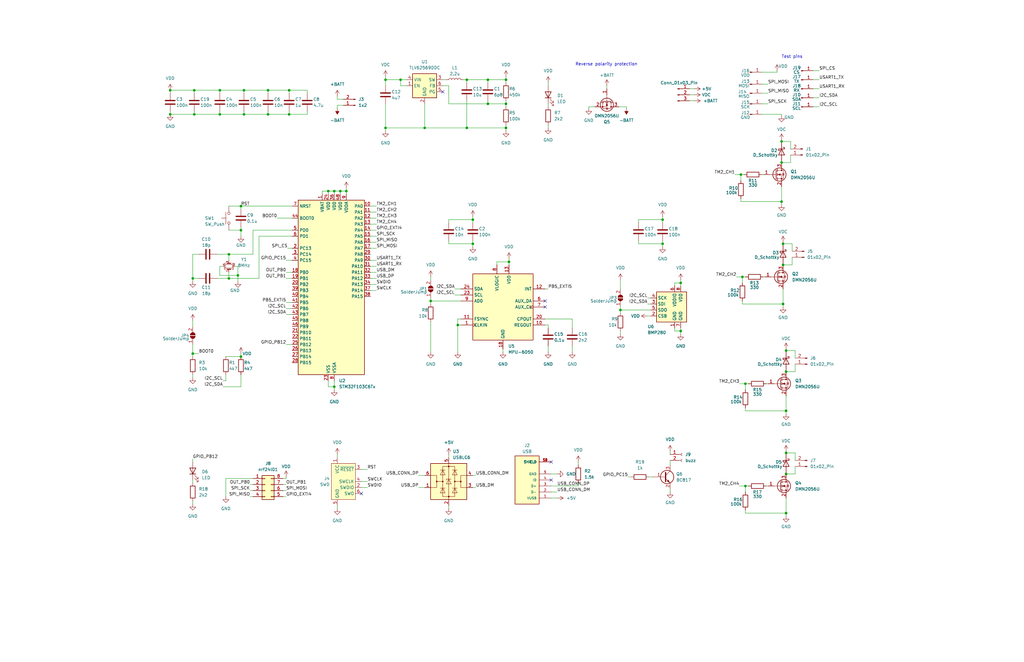
<source format=kicad_sch>
(kicad_sch (version 20230121) (generator eeschema)
  (paper "User" 431.8 279.4)
  (title_block (title "Quadcopter flight controller") (date "2023-07-21") (rev "1"))
  (junction (at 314.325 205.105))
  (junction (at 146.05 80.645))
  (junction (at 279.4 92.71))
  (junction (at 287.02 119.38))
  (junction (at 92.71 38.1))
  (junction (at 96.52 117.475))
  (junction (at 138.43 80.645))
  (junction (at 102.87 48.26))
  (junction (at 287.02 139.7))
  (junction (at 162.56 53.975))
  (junction (at 71.755 48.26))
  (junction (at 312.42 73.66))
  (junction (at 101.6 150.495))
  (junction (at 213.36 53.975))
  (junction (at 330.2 111.76))
  (junction (at 193.04 137.16))
  (junction (at 329.565 68.58))
  (junction (at 162.56 33.655))
  (junction (at 140.97 163.195))
  (junction (at 329.565 59.69))
  (junction (at 102.87 38.1))
  (junction (at 330.2 128.27))
  (junction (at 214.63 110.49))
  (junction (at 121.92 38.1))
  (junction (at 314.325 161.925))
  (junction (at 81.915 48.26))
  (junction (at 113.03 48.26))
  (junction (at 101.6 86.995))
  (junction (at 330.2 102.87))
  (junction (at 113.03 38.1))
  (junction (at 213.36 33.655))
  (junction (at 81.915 38.1))
  (junction (at 213.36 43.815))
  (junction (at 331.47 216.535))
  (junction (at 331.47 191.135))
  (junction (at 261.62 130.81))
  (junction (at 96.52 107.315))
  (junction (at 199.39 92.71))
  (junction (at 81.28 149.225))
  (junction (at 81.28 117.475))
  (junction (at 101.6 97.155))
  (junction (at 331.47 147.955))
  (junction (at 92.71 48.26))
  (junction (at 331.47 200.025))
  (junction (at 179.07 53.975))
  (junction (at 121.92 48.26))
  (junction (at 168.91 33.655))
  (junction (at 205.74 43.815))
  (junction (at 313.055 116.84))
  (junction (at 100.33 116.205))
  (junction (at 331.47 156.845))
  (junction (at 331.47 173.355))
  (junction (at 279.4 102.87))
  (junction (at 140.97 80.645))
  (junction (at 181.61 127))
  (junction (at 199.39 102.87))
  (junction (at 205.74 33.655))
  (junction (at 329.565 85.09))
  (junction (at 143.51 80.645))
  (junction (at 71.755 38.1))
  (junction (at 196.85 33.655))
  (junction (at 196.85 53.975))
  (no_connect (at 232.41 202.565))
  (no_connect (at 229.87 127))
  (no_connect (at 152.4 208.28))
  (no_connect (at 186.69 38.735))
  (no_connect (at 229.87 129.54))
  (no_connect (at 232.41 194.945))
  (wire (pts (xy 96.52 107.315) (xy 106.68 107.315)))
  (wire (pts (xy 264.16 45.085) (xy 260.985 45.085)))
  (wire (pts (xy 158.75 86.995) (xy 156.21 86.995)))
  (wire (pts (xy 321.31 48.26) (xy 329.565 48.26)))
  (wire (pts (xy 189.23 213.36) (xy 189.23 214.63)))
  (wire (pts (xy 71.755 46.99) (xy 71.755 48.26)))
  (wire (pts (xy 91.44 107.315) (xy 96.52 107.315)))
  (wire (pts (xy 100.33 116.205) (xy 100.33 112.395)))
  (wire (pts (xy 96.52 86.995) (xy 101.6 86.995)))
  (wire (pts (xy 212.09 147.32) (xy 212.09 148.59)))
  (wire (pts (xy 282.575 190.5) (xy 282.575 191.77)))
  (wire (pts (xy 106.68 201.93) (xy 95.25 201.93)))
  (wire (pts (xy 191.77 124.46) (xy 194.31 124.46)))
  (wire (pts (xy 181.61 125.73) (xy 181.61 127)))
  (wire (pts (xy 312.42 83.82) (xy 312.42 85.09)))
  (wire (pts (xy 143.51 80.645) (xy 140.97 80.645)))
  (wire (pts (xy 345.44 33.655) (xy 342.9 33.655)))
  (wire (pts (xy 120.65 201.295) (xy 120.65 201.93)))
  (wire (pts (xy 331.47 147.955) (xy 331.47 148.59)))
  (wire (pts (xy 331.47 156.21) (xy 331.47 156.845)))
  (wire (pts (xy 331.47 216.535) (xy 331.47 217.805)))
  (wire (pts (xy 120.65 204.47) (xy 119.38 204.47)))
  (wire (pts (xy 93.98 160.655) (xy 95.25 160.655)))
  (wire (pts (xy 109.22 99.695) (xy 123.19 99.695)))
  (wire (pts (xy 154.94 205.74) (xy 152.4 205.74)))
  (wire (pts (xy 329.565 59.69) (xy 329.565 60.325)))
  (wire (pts (xy 95.25 201.93) (xy 95.25 209.55)))
  (wire (pts (xy 273.05 128.27) (xy 274.32 128.27)))
  (wire (pts (xy 81.28 149.225) (xy 81.28 150.495)))
  (wire (pts (xy 109.22 117.475) (xy 109.22 99.695)))
  (wire (pts (xy 93.98 163.195) (xy 101.6 163.195)))
  (wire (pts (xy 232.41 207.645) (xy 234.95 207.645)))
  (wire (pts (xy 231.14 146.05) (xy 231.14 148.59)))
  (wire (pts (xy 158.75 89.535) (xy 156.21 89.535)))
  (wire (pts (xy 158.75 112.395) (xy 156.21 112.395)))
  (wire (pts (xy 335.28 194.31) (xy 335.28 191.135)))
  (wire (pts (xy 154.94 203.2) (xy 152.4 203.2)))
  (wire (pts (xy 331.47 167.005) (xy 331.47 173.355)))
  (wire (pts (xy 261.62 139.7) (xy 261.62 140.97)))
  (wire (pts (xy 120.65 209.55) (xy 119.38 209.55)))
  (wire (pts (xy 248.285 45.085) (xy 250.825 45.085)))
  (wire (pts (xy 323.215 161.925) (xy 323.85 161.925)))
  (wire (pts (xy 309.88 73.66) (xy 312.42 73.66)))
  (wire (pts (xy 95.25 160.655) (xy 95.25 158.115)))
  (wire (pts (xy 314.325 207.645) (xy 314.325 205.105)))
  (wire (pts (xy 176.53 200.66) (xy 179.07 200.66)))
  (wire (pts (xy 330.2 128.27) (xy 330.2 129.54)))
  (wire (pts (xy 92.71 39.37) (xy 92.71 38.1)))
  (wire (pts (xy 81.915 38.1) (xy 81.915 39.37)))
  (wire (pts (xy 214.63 109.22) (xy 214.63 110.49)))
  (wire (pts (xy 105.41 204.47) (xy 106.68 204.47)))
  (wire (pts (xy 81.915 48.26) (xy 92.71 48.26)))
  (wire (pts (xy 71.755 39.37) (xy 71.755 38.1)))
  (wire (pts (xy 199.39 92.71) (xy 199.39 93.98)))
  (wire (pts (xy 331.47 147.32) (xy 331.47 147.955)))
  (wire (pts (xy 181.61 127) (xy 181.61 128.27)))
  (wire (pts (xy 142.24 45.72) (xy 142.24 44.45)))
  (wire (pts (xy 162.56 33.655) (xy 168.91 33.655)))
  (wire (pts (xy 213.36 43.815) (xy 213.36 45.085)))
  (wire (pts (xy 209.55 111.76) (xy 209.55 110.49)))
  (wire (pts (xy 146.05 79.375) (xy 146.05 80.645)))
  (wire (pts (xy 312.42 85.09) (xy 329.565 85.09)))
  (wire (pts (xy 120.65 145.415) (xy 123.19 145.415)))
  (wire (pts (xy 209.55 110.49) (xy 214.63 110.49)))
  (wire (pts (xy 81.28 117.475) (xy 81.28 107.315)))
  (wire (pts (xy 335.28 153.67) (xy 335.28 156.845)))
  (wire (pts (xy 329.565 85.09) (xy 329.565 86.36)))
  (wire (pts (xy 269.24 92.71) (xy 269.24 93.98)))
  (wire (pts (xy 92.71 46.99) (xy 92.71 48.26)))
  (wire (pts (xy 335.28 200.025) (xy 331.47 200.025)))
  (wire (pts (xy 140.97 160.655) (xy 140.97 163.195)))
  (wire (pts (xy 194.31 134.62) (xy 193.04 134.62)))
  (wire (pts (xy 313.055 127) (xy 313.055 128.27)))
  (wire (pts (xy 121.92 38.1) (xy 113.03 38.1)))
  (wire (pts (xy 106.68 107.315) (xy 106.68 97.155)))
  (wire (pts (xy 231.14 34.925) (xy 231.14 36.195)))
  (wire (pts (xy 282.575 206.375) (xy 282.575 207.645)))
  (wire (pts (xy 96.52 114.935) (xy 96.52 117.475)))
  (wire (pts (xy 181.61 116.84) (xy 181.61 118.11)))
  (wire (pts (xy 205.74 33.655) (xy 213.36 33.655)))
  (wire (pts (xy 282.575 194.31) (xy 282.575 196.215)))
  (wire (pts (xy 334.01 102.87) (xy 330.2 102.87)))
  (wire (pts (xy 168.91 36.195) (xy 168.91 33.655)))
  (wire (pts (xy 345.44 41.275) (xy 342.9 41.275)))
  (wire (pts (xy 162.56 32.385) (xy 162.56 33.655)))
  (wire (pts (xy 96.52 117.475) (xy 109.22 117.475)))
  (wire (pts (xy 105.41 209.55) (xy 106.68 209.55)))
  (wire (pts (xy 284.48 119.38) (xy 287.02 119.38)))
  (wire (pts (xy 81.28 202.565) (xy 81.28 203.835)))
  (wire (pts (xy 113.03 39.37) (xy 113.03 38.1)))
  (wire (pts (xy 287.02 119.38) (xy 287.02 120.65)))
  (wire (pts (xy 333.375 65.405) (xy 333.375 68.58)))
  (wire (pts (xy 81.28 135.255) (xy 81.28 137.795)))
  (wire (pts (xy 199.39 91.44) (xy 199.39 92.71)))
  (wire (pts (xy 214.63 110.49) (xy 214.63 111.76)))
  (wire (pts (xy 162.56 36.195) (xy 162.56 33.655)))
  (wire (pts (xy 158.75 94.615) (xy 156.21 94.615)))
  (wire (pts (xy 334.01 106.045) (xy 334.01 102.87)))
  (wire (pts (xy 196.85 53.975) (xy 213.36 53.975)))
  (wire (pts (xy 162.56 53.975) (xy 179.07 53.975)))
  (wire (pts (xy 189.23 36.195) (xy 189.23 43.815)))
  (wire (pts (xy 213.36 55.245) (xy 213.36 53.975)))
  (wire (pts (xy 279.4 92.71) (xy 279.4 93.98)))
  (wire (pts (xy 142.24 191.77) (xy 142.24 193.04)))
  (wire (pts (xy 243.84 203.835) (xy 243.84 205.105)))
  (wire (pts (xy 193.04 134.62) (xy 193.04 137.16)))
  (wire (pts (xy 330.2 121.92) (xy 330.2 128.27)))
  (wire (pts (xy 158.75 92.075) (xy 156.21 92.075)))
  (wire (pts (xy 162.56 43.815) (xy 162.56 53.975)))
  (wire (pts (xy 241.3 146.05) (xy 241.3 148.59)))
  (wire (pts (xy 205.74 43.815) (xy 213.36 43.815)))
  (wire (pts (xy 199.39 101.6) (xy 199.39 102.87)))
  (wire (pts (xy 231.14 121.92) (xy 229.87 121.92)))
  (wire (pts (xy 120.65 109.855) (xy 123.19 109.855)))
  (wire (pts (xy 113.03 48.26) (xy 121.92 48.26)))
  (wire (pts (xy 333.375 59.69) (xy 329.565 59.69)))
  (wire (pts (xy 310.515 116.84) (xy 313.055 116.84)))
  (wire (pts (xy 129.54 39.37) (xy 129.54 38.1)))
  (wire (pts (xy 138.43 81.915) (xy 138.43 80.645)))
  (wire (pts (xy 287.02 118.11) (xy 287.02 119.38)))
  (wire (pts (xy 113.03 46.99) (xy 113.03 48.26)))
  (wire (pts (xy 91.44 117.475) (xy 96.52 117.475)))
  (wire (pts (xy 331.47 190.5) (xy 331.47 191.135)))
  (wire (pts (xy 191.77 121.92) (xy 194.31 121.92)))
  (wire (pts (xy 323.215 205.105) (xy 323.85 205.105)))
  (wire (pts (xy 81.28 158.115) (xy 81.28 159.385)))
  (wire (pts (xy 335.28 196.85) (xy 335.28 200.025)))
  (wire (pts (xy 279.4 91.44) (xy 279.4 92.71)))
  (wire (pts (xy 345.44 29.845) (xy 342.9 29.845)))
  (wire (pts (xy 200.66 205.74) (xy 199.39 205.74)))
  (wire (pts (xy 135.89 80.645) (xy 138.43 80.645)))
  (wire (pts (xy 279.4 102.87) (xy 279.4 104.14)))
  (wire (pts (xy 314.325 216.535) (xy 331.47 216.535)))
  (wire (pts (xy 261.62 130.81) (xy 261.62 132.08)))
  (wire (pts (xy 290.83 37.465) (xy 292.735 37.465)))
  (wire (pts (xy 101.6 97.155) (xy 101.6 99.695)))
  (wire (pts (xy 100.33 112.395) (xy 99.06 112.395)))
  (wire (pts (xy 321.31 43.815) (xy 323.85 43.815)))
  (wire (pts (xy 313.055 116.84) (xy 314.325 116.84)))
  (wire (pts (xy 284.48 138.43) (xy 284.48 139.7)))
  (wire (pts (xy 205.74 33.655) (xy 205.74 34.925)))
  (wire (pts (xy 269.24 92.71) (xy 279.4 92.71)))
  (wire (pts (xy 71.755 38.1) (xy 81.915 38.1)))
  (wire (pts (xy 193.04 148.59) (xy 193.04 137.16)))
  (wire (pts (xy 142.24 213.36) (xy 142.24 214.63)))
  (wire (pts (xy 95.25 150.495) (xy 101.6 150.495)))
  (wire (pts (xy 321.31 30.48) (xy 327.66 30.48)))
  (wire (pts (xy 92.71 116.205) (xy 100.33 116.205)))
  (wire (pts (xy 154.94 198.12) (xy 152.4 198.12)))
  (wire (pts (xy 158.75 102.235) (xy 156.21 102.235)))
  (wire (pts (xy 135.89 81.915) (xy 135.89 80.645)))
  (wire (pts (xy 121.285 104.775) (xy 123.19 104.775)))
  (wire (pts (xy 158.75 120.015) (xy 156.21 120.015)))
  (wire (pts (xy 196.85 33.655) (xy 205.74 33.655)))
  (wire (pts (xy 331.47 173.355) (xy 331.47 174.625)))
  (wire (pts (xy 138.43 160.655) (xy 138.43 163.195)))
  (wire (pts (xy 269.24 101.6) (xy 269.24 102.87)))
  (wire (pts (xy 312.42 73.66) (xy 313.69 73.66)))
  (wire (pts (xy 113.03 48.26) (xy 102.87 48.26)))
  (wire (pts (xy 146.05 81.915) (xy 146.05 80.645)))
  (wire (pts (xy 335.28 151.13) (xy 335.28 147.955)))
  (wire (pts (xy 142.24 40.64) (xy 142.24 41.91)))
  (wire (pts (xy 312.42 76.2) (xy 312.42 73.66)))
  (wire (pts (xy 213.36 52.705) (xy 213.36 53.975)))
  (wire (pts (xy 248.285 45.72) (xy 248.285 45.085)))
  (wire (pts (xy 156.21 114.935) (xy 158.75 114.935)))
  (wire (pts (xy 269.24 102.87) (xy 279.4 102.87)))
  (wire (pts (xy 200.66 200.66) (xy 199.39 200.66)))
  (wire (pts (xy 92.71 38.1) (xy 102.87 38.1)))
  (wire (pts (xy 321.31 73.66) (xy 321.945 73.66)))
  (wire (pts (xy 101.6 95.885) (xy 101.6 97.155)))
  (wire (pts (xy 329.565 78.74) (xy 329.565 85.09)))
  (wire (pts (xy 314.325 173.355) (xy 331.47 173.355)))
  (wire (pts (xy 168.91 33.655) (xy 171.45 33.655)))
  (wire (pts (xy 186.69 33.655) (xy 187.96 33.655)))
  (wire (pts (xy 143.51 81.915) (xy 143.51 80.645)))
  (wire (pts (xy 101.6 88.265) (xy 101.6 86.995)))
  (wire (pts (xy 287.02 139.7) (xy 287.02 140.97)))
  (wire (pts (xy 313.055 128.27) (xy 330.2 128.27)))
  (wire (pts (xy 100.33 116.205) (xy 100.33 118.745)))
  (wire (pts (xy 102.87 38.1) (xy 113.03 38.1)))
  (wire (pts (xy 96.52 107.315) (xy 96.52 109.855)))
  (wire (pts (xy 121.92 46.99) (xy 121.92 48.26)))
  (wire (pts (xy 313.055 119.38) (xy 313.055 116.84)))
  (wire (pts (xy 96.52 97.155) (xy 101.6 97.155)))
  (wire (pts (xy 162.56 53.975) (xy 162.56 55.245)))
  (wire (pts (xy 241.3 134.62) (xy 229.87 134.62)))
  (wire (pts (xy 142.24 44.45) (xy 144.78 44.45)))
  (wire (pts (xy 71.755 48.26) (xy 81.915 48.26)))
  (wire (pts (xy 231.14 52.705) (xy 231.14 53.975)))
  (wire (pts (xy 81.28 145.415) (xy 81.28 149.225)))
  (wire (pts (xy 81.915 46.99) (xy 81.915 48.26)))
  (wire (pts (xy 102.87 46.99) (xy 102.87 48.26)))
  (wire (pts (xy 287.02 138.43) (xy 287.02 139.7)))
  (wire (pts (xy 323.85 39.37) (xy 321.31 39.37)))
  (wire (pts (xy 329.565 48.26) (xy 329.565 48.895)))
  (wire (pts (xy 189.23 191.77) (xy 189.23 193.04)))
  (wire (pts (xy 314.325 161.925) (xy 315.595 161.925)))
  (wire (pts (xy 196.85 42.545) (xy 196.85 53.975)))
  (wire (pts (xy 120.65 114.935) (xy 123.19 114.935)))
  (wire (pts (xy 140.97 163.195) (xy 140.97 164.465)))
  (wire (pts (xy 106.68 97.155) (xy 123.19 97.155)))
  (wire (pts (xy 241.3 138.43) (xy 241.3 134.62)))
  (wire (pts (xy 156.21 117.475) (xy 158.75 117.475)))
  (wire (pts (xy 189.23 101.6) (xy 189.23 102.87)))
  (wire (pts (xy 264.795 201.295) (xy 266.065 201.295)))
  (wire (pts (xy 205.74 42.545) (xy 205.74 43.815)))
  (wire (pts (xy 195.58 33.655) (xy 196.85 33.655)))
  (wire (pts (xy 335.28 156.845) (xy 331.47 156.845)))
  (wire (pts (xy 330.2 111.125) (xy 330.2 111.76)))
  (wire (pts (xy 284.48 120.65) (xy 284.48 119.38)))
  (wire (pts (xy 102.87 39.37) (xy 102.87 38.1)))
  (wire (pts (xy 101.6 163.195) (xy 101.6 158.115)))
  (wire (pts (xy 329.565 59.055) (xy 329.565 59.69)))
  (wire (pts (xy 232.41 210.185) (xy 234.95 210.185)))
  (wire (pts (xy 186.69 36.195) (xy 189.23 36.195)))
  (wire (pts (xy 140.97 80.645) (xy 140.97 81.915)))
  (wire (pts (xy 333.375 62.865) (xy 333.375 59.69)))
  (wire (pts (xy 261.62 129.54) (xy 261.62 130.81)))
  (wire (pts (xy 119.38 207.01) (xy 120.65 207.01)))
  (wire (pts (xy 334.01 111.76) (xy 330.2 111.76)))
  (wire (pts (xy 345.44 37.465) (xy 342.9 37.465)))
  (wire (pts (xy 335.28 191.135) (xy 331.47 191.135)))
  (wire (pts (xy 335.28 147.955) (xy 331.47 147.955)))
  (wire (pts (xy 83.82 117.475) (xy 81.28 117.475)))
  (wire (pts (xy 101.6 86.995) (xy 123.19 86.995)))
  (wire (pts (xy 229.87 137.16) (xy 231.14 137.16)))
  (wire (pts (xy 121.92 48.26) (xy 129.54 48.26)))
  (wire (pts (xy 290.83 40.005) (xy 292.735 40.005)))
  (wire (pts (xy 231.14 138.43) (xy 231.14 137.16)))
  (wire (pts (xy 284.48 139.7) (xy 287.02 139.7)))
  (wire (pts (xy 314.325 172.085) (xy 314.325 173.355)))
  (wire (pts (xy 321.31 35.56) (xy 323.85 35.56)))
  (wire (pts (xy 311.785 161.925) (xy 314.325 161.925)))
  (wire (pts (xy 279.4 101.6) (xy 279.4 102.87)))
  (wire (pts (xy 81.28 211.455) (xy 81.28 212.725)))
  (wire (pts (xy 181.61 127) (xy 194.31 127)))
  (wire (pts (xy 314.325 164.465) (xy 314.325 161.925)))
  (wire (pts (xy 189.23 102.87) (xy 199.39 102.87)))
  (wire (pts (xy 92.71 112.395) (xy 92.71 116.205)))
  (wire (pts (xy 81.28 117.475) (xy 81.28 118.745)))
  (wire (pts (xy 314.325 205.105) (xy 315.595 205.105)))
  (wire (pts (xy 189.23 93.98) (xy 189.23 92.71)))
  (wire (pts (xy 138.43 80.645) (xy 140.97 80.645)))
  (wire (pts (xy 333.375 68.58) (xy 329.565 68.58)))
  (wire (pts (xy 290.83 42.545) (xy 292.735 42.545)))
  (wire (pts (xy 120.65 127.635) (xy 123.19 127.635)))
  (wire (pts (xy 179.07 53.975) (xy 196.85 53.975)))
  (wire (pts (xy 331.47 191.135) (xy 331.47 191.77)))
  (wire (pts (xy 142.24 41.91) (xy 144.78 41.91)))
  (wire (pts (xy 330.2 102.235) (xy 330.2 102.87)))
  (wire (pts (xy 196.85 33.655) (xy 196.85 34.925)))
  (wire (pts (xy 189.23 92.71) (xy 199.39 92.71)))
  (wire (pts (xy 261.62 130.81) (xy 274.32 130.81)))
  (wire (pts (xy 193.04 137.16) (xy 194.31 137.16)))
  (wire (pts (xy 101.6 149.225) (xy 101.6 150.495)))
  (wire (pts (xy 261.62 118.11) (xy 261.62 121.92)))
  (wire (pts (xy 329.565 67.945) (xy 329.565 68.58)))
  (wire (pts (xy 129.54 46.99) (xy 129.54 48.26)))
  (wire (pts (xy 273.05 125.73) (xy 274.32 125.73)))
  (wire (pts (xy 120.65 132.715) (xy 123.19 132.715)))
  (wire (pts (xy 123.19 92.075) (xy 116.84 92.075)))
  (wire (pts (xy 321.945 116.84) (xy 322.58 116.84)))
  (wire (pts (xy 81.28 107.315) (xy 83.82 107.315)))
  (wire (pts (xy 199.39 102.87) (xy 199.39 104.14)))
  (wire (pts (xy 92.71 112.395) (xy 93.98 112.395)))
  (wire (pts (xy 179.07 43.815) (xy 179.07 53.975)))
  (wire (pts (xy 345.44 45.085) (xy 342.9 45.085)))
  (wire (pts (xy 243.84 194.945) (xy 243.84 196.215)))
  (wire (pts (xy 158.75 97.155) (xy 156.21 97.155)))
  (wire (pts (xy 331.47 199.39) (xy 331.47 200.025)))
  (wire (pts (xy 92.71 48.26) (xy 102.87 48.26)))
  (wire (pts (xy 81.28 193.675) (xy 81.28 194.945)))
  (wire (pts (xy 158.75 122.555) (xy 156.21 122.555)))
  (wire (pts (xy 213.36 32.385) (xy 213.36 33.655)))
  (wire (pts (xy 121.92 39.37) (xy 121.92 38.1)))
  (wire (pts (xy 189.23 43.815) (xy 205.74 43.815)))
  (wire (pts (xy 105.41 207.01) (xy 106.68 207.01)))
  (wire (pts (xy 156.21 99.695) (xy 158.75 99.695)))
  (wire (pts (xy 138.43 163.195) (xy 140.97 163.195)))
  (wire (pts (xy 331.47 210.185) (xy 331.47 216.535)))
  (wire (pts (xy 264.16 45.72) (xy 264.16 45.085)))
  (wire (pts (xy 176.53 205.74) (xy 179.07 205.74)))
  (wire (pts (xy 213.36 42.545) (xy 213.36 43.815)))
  (wire (pts (xy 81.28 149.225) (xy 83.82 149.225)))
  (wire (pts (xy 146.05 80.645) (xy 143.51 80.645)))
  (wire (pts (xy 273.685 201.295) (xy 274.955 201.295)))
  (wire (pts (xy 314.325 215.265) (xy 314.325 216.535)))
  (wire (pts (xy 121.92 38.1) (xy 129.54 38.1)))
  (wire (pts (xy 232.41 205.105) (xy 243.84 205.105)))
  (wire (pts (xy 274.32 133.35) (xy 273.05 133.35)))
  (wire (pts (xy 330.2 102.87) (xy 330.2 103.505)))
  (wire (pts (xy 232.41 200.025) (xy 234.95 200.025)))
  (wire (pts (xy 255.905 36.195) (xy 255.905 37.465)))
  (wire (pts (xy 181.61 135.89) (xy 181.61 148.59)))
  (wire (pts (xy 156.21 104.775) (xy 158.75 104.775)))
  (wire (pts (xy 81.915 38.1) (xy 92.71 38.1)))
  (wire (pts (xy 120.65 117.475) (xy 123.19 117.475)))
  (wire (pts (xy 171.45 36.195) (xy 168.91 36.195)))
  (wire (pts (xy 334.01 108.585) (xy 334.01 111.76)))
  (wire (pts (xy 327.66 30.48) (xy 327.66 29.845)))
  (wire (pts (xy 213.36 34.925) (xy 213.36 33.655)))
  (wire (pts (xy 119.38 201.93) (xy 120.65 201.93)))
  (wire (pts (xy 311.785 205.105) (xy 314.325 205.105)))
  (wire (pts (xy 120.65 130.175) (xy 123.19 130.175)))
  (wire (pts (xy 231.14 43.815) (xy 231.14 45.085)))
  (wire (pts (xy 158.75 109.855) (xy 156.21 109.855)))
  (text "Test pins\n" (at 329.565 24.765 0) (effects (font (size 1.27 1.27)) (justify left bottom)))
  (text "Reverse polarity protection\n" (at 242.57 27.94 0) (effects (font (size 1.27 1.27)) (justify left bottom)))
  (label "GPIO_PC15" (at 120.65 109.855 180))
  (label "RST" (at 101.6 86.995 0))
  (label "I2C_SCL" (at 120.65 130.175 180))
  (label "I2C_SCL" (at 93.98 160.655 180))
  (label "I2C_SDA" (at 191.77 121.92 180))
  (label "BOOT0" (at 83.82 149.225 0))
  (label "TM2_CH2" (at 158.75 89.535 0))
  (label "TM2_CH3" (at 311.785 161.925 180))
  (label "OUT_PB1" (at 120.65 204.47 0))
  (label "PB5_EXTI5" (at 231.14 121.92 0))
  (label "GPIO_EXTI4" (at 158.75 97.155 0))
  (label "TM2_CH1" (at 158.75 86.995 0))
  (label "GPIO_PB12" (at 120.65 145.415 180))
  (label "TM2_CH4" (at 311.785 205.105 180))
  (label "SWDIO" (at 154.94 205.74 0))
  (label "I2C_SDA" (at 273.05 128.27 180))
  (label "I2C_SDA" (at 345.44 41.275 0))
  (label "RST" (at 154.94 198.12 0))
  (label "SPI_MISO" (at 323.85 39.37 0))
  (label "USART1_RX" (at 345.44 37.465 0))
  (label "TM2_CH4" (at 158.75 94.615 0))
  (label "USB_DP" (at 158.75 117.475 0))
  (label "USB_CONN_DM" (at 200.66 200.66 0))
  (label "PB5_EXTI5" (at 120.65 127.635 180))
  (label "USB_CONN_DM" (at 234.95 207.645 0))
  (label "SPI_CS" (at 345.44 29.845 0))
  (label "SPI_MISO" (at 158.75 102.235 0))
  (label "USART1_TX" (at 345.44 33.655 0))
  (label "I2C_SCL" (at 345.44 45.085 0))
  (label "USB_DP" (at 176.53 205.74 180))
  (label "GPIO_EXTI4" (at 120.65 209.55 0))
  (label "BOOT0" (at 116.84 92.075 180))
  (label "USB_CONN_DP" (at 176.53 200.66 180))
  (label "GPIO_PC15" (at 264.795 201.295 180))
  (label "TM2_CH1" (at 309.88 73.66 180))
  (label "SPI_MOSI" (at 120.65 207.01 0))
  (label "I2C_SDA" (at 93.98 163.195 180))
  (label "TM2_CH3" (at 158.75 92.075 0))
  (label "USB_CONN_DP" (at 234.95 205.105 0))
  (label "SPI_SCK" (at 323.85 43.815 0))
  (label "SPI_MISO" (at 105.41 209.55 180))
  (label "I2C_SDA" (at 120.65 132.715 180))
  (label "I2C_SCL" (at 273.05 125.73 180))
  (label "SPI_MOSI" (at 323.85 35.56 0))
  (label "SPI_MOSI" (at 158.75 104.775 0))
  (label "SPI_CS" (at 121.285 104.775 180))
  (label "TM2_CH2" (at 310.515 116.84 180))
  (label "I2C_SCL" (at 191.77 124.46 180))
  (label "OUT_PB0" (at 105.41 204.47 180))
  (label "OUT_PB0" (at 120.65 114.935 180))
  (label "USB_DM" (at 158.75 114.935 0))
  (label "SPI_SCK" (at 158.75 99.695 0))
  (label "SWCLK" (at 154.94 203.2 0))
  (label "USART1_RX" (at 158.75 112.395 0))
  (label "OUT_PB1" (at 120.65 117.475 180))
  (label "GPIO_PB12" (at 81.28 193.675 0))
  (label "USB_DM" (at 200.66 205.74 0))
  (label "USART1_TX" (at 158.75 109.855 0))
  (label "SPI_SCK" (at 105.41 207.01 180))
  (label "SWCLK" (at 158.75 122.555 0))
  (label "SWDIO" (at 158.75 120.015 0))
  (symbol (lib_id "Connector_Generic:Conn_02x04_Counter_Clockwise") (at 111.76 204.47 0) (unit 1)
    (property "Reference" "J8" (at 113.03 195.58 0))
    (property "Value" "nrf24l01" (at 113.03 198.12 0))
    (property "Footprint" "Connector_PinHeader_2.54mm:PinHeader_2x04_P2.54mm_Vertical" (effects hide))
  )
  (symbol (lib_id "power:+5V") (at 189.23 191.77 0) (unit 1)
    (property "Reference" "#PWR021" (effects hide))
    (property "Value" "+5V" (at 189.23 186.69 0))
  )
  (symbol (lib_id "power:GND") (at 231.14 53.975 0) (unit 1)
    (property "Reference" "#PWR014" (effects hide))
    (property "Value" "GND" (at 231.14 59.055 0))
  )
  (symbol (lib_id "Connector:Conn_01x01_Pin") (at 316.23 39.37 0) (unit 1)
    (property "Reference" "J14" (at 313.055 38.735 0))
    (property "Value" "MISO" (at 313.69 40.64 0))
    (property "Footprint" "TestPoint:TestPoint_Pad_D1.0mm" (effects hide))
  )
  (symbol (lib_id "power:GND") (at 331.47 174.625 0) (unit 1)
    (property "Reference" "#PWR050" (effects hide))
    (property "Value" "GND" (at 331.47 179.07 0))
  )
  (symbol (lib_id "Device:C") (at 196.85 38.735 0) (unit 1)
    (property "Reference" "C13" (at 199.39 37.465 0) (effects (justify left)))
    (property "Value" "10u" (at 199.39 40.005 0) (effects (justify left)))
    (property "Footprint" "Capacitor_SMD:C_0805_2012Metric" (effects hide))
  )
  (symbol (lib_id "Device:Crystal_GND24_Small") (at 96.52 112.395 90) (unit 1)
    (property "Reference" "Y1" (at 102.87 109.4807 90))
    (property "Value" "8MHz" (at 102.87 112.0207 90))
    (property "Footprint" "QT532S-8.000MAAJ-T:XTAL_QT532S-8.000MAAJ-T" (effects hide))
  )
  (symbol (lib_id "power:VDC") (at 331.47 147.32 0) (unit 1)
    (property "Reference" "#PWR049" (effects hide))
    (property "Value" "VDC" (at 331.47 142.875 0))
  )
  (symbol (lib_id "Connector:Conn_01x01_Pin") (at 316.23 35.56 0) (unit 1)
    (property "Reference" "J13" (at 314.325 34.29 0))
    (property "Value" "MOSI" (at 313.69 36.195 0))
    (property "Footprint" "TestPoint:TestPoint_Pad_D1.0mm" (effects hide))
  )
  (symbol (lib_id "Transistor_BJT:BC817") (at 280.035 201.295 0) (unit 1)
    (property "Reference" "Q6" (at 285.115 200.025 0) (effects (justify left)))
    (property "Value" "BC817" (at 285.115 202.565 0) (effects (justify left)))
    (property "Footprint" "Package_TO_SOT_SMD:SOT-23" (effects hide))
    (property "Datasheet" "https://www.onsemi.com/pub/Collateral/BC818-D.pdf" (effects hide))
  )
  (symbol (lib_id "power:GND") (at 287.02 140.97 0) (unit 1)
    (property "Reference" "#PWR042" (effects hide))
    (property "Value" "GND" (at 287.02 146.05 0))
  )
  (symbol (lib_id "power:GND") (at 71.755 48.26 0) (unit 1)
    (property "Reference" "#PWR04" (effects hide))
    (property "Value" "GND" (at 71.755 53.34 0))
  )
  (symbol (lib_id "Connector:Conn_ARM_SWD_TagConnect_TC2030-NL") (at 144.78 203.2 0) (unit 1) (in_bom no)
    (property "Reference" "J4" (at 139.065 201.93 0) (effects (justify right)))
    (property "Value" "SWD" (at 139.065 204.47 0) (effects (justify right)))
    (property "Footprint" "swd_conn:Pin_2x03_P2.54mm" (effects hide))
    (property "Datasheet" "https://www.tag-connect.com/wp-content/uploads/bsk-pdf-manager/TC2030-CTX_1.pdf" (effects hide))
  )
  (symbol (lib_id "Power_Protection:USBLC6-2SC6") (at 189.23 203.2 0) (unit 1)
    (property "Reference" "U3" (at 190.8811 190.5 0) (effects (justify left)))
    (property "Value" "USBLC6" (at 190.8811 193.04 0) (effects (justify left)))
    (property "Footprint" "Package_TO_SOT_SMD:SOT-23-6" (effects hide))
    (property "Datasheet" "https://www.st.com/resource/en/datasheet/usblc6-2.pdf" (effects hide))
  )
  (symbol (lib_id "power:GND") (at 199.39 104.14 0) (unit 1)
    (property "Reference" "#PWR032" (effects hide))
    (property "Value" "GND" (at 199.39 109.22 0))
  )
  (symbol (lib_id "Sensor_Pressure:BMP280") (at 284.48 130.81 0) (unit 1)
    (property "Reference" "U6" (at 273.05 137.795 0) (effects (justify left)))
    (property "Value" "BMP280" (at 273.05 140.335 0) (effects (justify left)))
    (property "Footprint" "Package_LGA:Bosch_LGA-8_2x2.5mm_P0.65mm_ClockwisePinNumbering" (effects hide))
    (property "Datasheet" "https://ae-bst.resource.bosch.com/media/_tech/media/datasheets/BST-BMP280-DS001.pdf" (effects hide))
  )
  (symbol (lib_id "Device:R") (at 317.5 73.66 90) (unit 1)
    (property "Reference" "R11" (at 319.405 76.2 90) (effects (justify left)))
    (property "Value" "330" (at 319.405 78.105 90) (effects (justify left)))
    (property "Footprint" "Resistor_SMD:R_0805_2012Metric" (effects hide))
  )
  (symbol (lib_id "power:VDC") (at 331.47 190.5 0) (unit 1)
    (property "Reference" "#PWR051" (effects hide))
    (property "Value" "VDC" (at 331.47 186.055 0))
  )
  (symbol (lib_id "Connector:Conn_01x01_Pin") (at 337.82 33.655 0) (unit 1)
    (property "Reference" "J17" (at 335.915 32.385 0))
    (property "Value" "TX" (at 335.915 34.29 0))
    (property "Footprint" "TestPoint:TestPoint_Pad_D1.0mm" (effects hide))
  )
  (symbol (lib_id "Device:R") (at 243.84 200.025 0) (unit 1)
    (property "Reference" "R2" (at 246.38 198.755 0) (effects (justify left)))
    (property "Value" "1.5k" (at 246.38 201.295 0) (effects (justify left)))
    (property "Footprint" "Resistor_SMD:R_0805_2012Metric" (effects hide))
  )
  (symbol (lib_id "Device:C") (at 279.4 97.79 0) (unit 1)
    (property "Reference" "C18" (at 281.94 96.52 0) (effects (justify left)))
    (property "Value" "100n" (at 281.94 99.06 0) (effects (justify left)))
    (property "Footprint" "Capacitor_SMD:C_0805_2012Metric" (effects hide))
  )
  (symbol (lib_id "power:GND") (at 162.56 55.245 0) (unit 1)
    (property "Reference" "#PWR016" (effects hide))
    (property "Value" "GND" (at 162.56 60.325 0))
  )
  (symbol (lib_id "Device:C") (at 87.63 117.475 90) (unit 1)
    (property "Reference" "C11" (at 88.9 121.285 90) (effects (justify left)))
    (property "Value" "18p" (at 88.9 123.825 90) (effects (justify left)))
    (property "Footprint" "Capacitor_SMD:C_0201_0603Metric" (effects hide))
  )
  (symbol (lib_id "Connector:Conn_01x01_Pin") (at 337.82 37.465 0) (unit 1)
    (property "Reference" "J18" (at 335.915 36.195 0))
    (property "Value" "RX" (at 335.915 38.1 0))
    (property "Footprint" "TestPoint:TestPoint_Pad_D1.0mm" (effects hide))
  )
  (symbol (lib_id "power:VDD") (at 101.6 149.225 0) (unit 1)
    (property "Reference" "#PWR029" (effects hide))
    (property "Value" "VDD" (at 104.14 149.225 0))
  )
  (symbol (lib_id "power:-BATT") (at 142.24 45.72 180) (unit 1)
    (property "Reference" "#PWR027" (effects hide))
    (property "Value" "-BATT" (at 142.24 50.8 0))
  )
  (symbol (lib_id "power:GND") (at 231.14 148.59 0) (unit 1)
    (property "Reference" "#PWR037" (effects hide))
    (property "Value" "GND" (at 231.14 153.67 0))
  )
  (symbol (lib_id "power:GND") (at 241.3 148.59 0) (unit 1)
    (property "Reference" "#PWR038" (effects hide))
    (property "Value" "GND" (at 241.3 153.67 0))
  )
  (symbol (lib_id "power:VDD") (at 81.28 135.255 0) (unit 1)
    (property "Reference" "#PWR011" (effects hide))
    (property "Value" "VDD" (at 81.28 130.175 0))
  )
  (symbol (lib_id "Transistor_FET:DMN2056U") (at 327.025 73.66 0) (unit 1)
    (property "Reference" "Q1" (at 333.375 72.39 0) (effects (justify left)))
    (property "Value" "DMN2056U" (at 333.375 74.93 0) (effects (justify left)))
    (property "Footprint" "Package_TO_SOT_SMD:SOT-23" (effects hide))
    (property "Datasheet" "http://www.diodes.com/assets/Datasheets/DMN2056U.pdf" (effects hide))
  )
  (symbol (lib_id "power:GND") (at 101.6 99.695 0) (unit 1)
    (property "Reference" "#PWR05" (effects hide))
    (property "Value" "GND" (at 101.6 103.505 0))
  )
  (symbol (lib_id "Device:C") (at 162.56 40.005 0) (unit 1)
    (property "Reference" "C12" (at 165.1 38.735 0) (effects (justify left)))
    (property "Value" "4u7" (at 165.1 41.275 0) (effects (justify left)))
    (property "Footprint" "Capacitor_SMD:C_0805_2012Metric" (effects hide))
  )
  (symbol (lib_id "power:VDD") (at 231.14 34.925 0) (unit 1)
    (property "Reference" "#PWR013" (effects hide))
    (property "Value" "VDD" (at 231.14 29.845 0))
  )
  (symbol (lib_id "Device:R") (at 314.325 168.275 0) (unit 1)
    (property "Reference" "R14" (at 309.245 167.64 0) (effects (justify left)))
    (property "Value" "100k" (at 307.975 169.545 0) (effects (justify left)))
    (property "Footprint" "Resistor_SMD:R_0805_2012Metric" (effects hide))
  )
  (symbol (lib_id "Jumper:SolderJumper_2_Open") (at 81.28 141.605 90) (unit 1)
    (property "Reference" "JP4" (at 76.2 141.605 90) (effects (justify right)))
    (property "Value" "SolderJump" (at 68.58 142.875 90) (effects (justify right)))
    (property "Footprint" "Jumper:SolderJumper-2_P1.3mm_Open_Pad1.0x1.5mm" (effects hide))
  )
  (symbol (lib_id "power:GND") (at 193.04 148.59 0) (unit 1)
    (property "Reference" "#PWR034" (effects hide))
    (property "Value" "GND" (at 193.04 153.67 0))
  )
  (symbol (lib_id "Connector:Conn_01x02_Pin") (at 340.36 196.85 180) (unit 1)
    (property "Reference" "J7" (at 341.63 194.31 0) (effects (justify right)))
    (property "Value" "01x02_Pin" (at 341.63 196.85 0) (effects (justify right)))
    (property "Footprint" "Connector_PinSocket_1.00mm:PinSocket_1x02_P1.00mm_Vertical" (effects hide))
  )
  (symbol (lib_id "Device:C") (at 189.23 97.79 0) (unit 1)
    (property "Reference" "C14" (at 191.77 96.52 0) (effects (justify left)))
    (property "Value" "10n" (at 191.77 99.06 0) (effects (justify left)))
    (property "Footprint" "Capacitor_SMD:C_0805_2012Metric" (effects hide))
  )
  (symbol (lib_id "Connector:Conn_01x02_Pin") (at 339.09 108.585 180) (unit 1)
    (property "Reference" "J5" (at 340.36 106.045 0) (effects (justify right)))
    (property "Value" "01x02_Pin" (at 340.36 108.585 0) (effects (justify right)))
    (property "Footprint" "Connector_PinSocket_1.00mm:PinSocket_1x02_P1.00mm_Vertical" (effects hide))
  )
  (symbol (lib_id "Transistor_FET:DMN2056U") (at 328.93 161.925 0) (unit 1)
    (property "Reference" "Q3" (at 335.28 160.655 0) (effects (justify left)))
    (property "Value" "DMN2056U" (at 335.28 163.195 0) (effects (justify left)))
    (property "Footprint" "Package_TO_SOT_SMD:SOT-23" (effects hide))
    (property "Datasheet" "http://www.diodes.com/assets/Datasheets/DMN2056U.pdf" (effects hide))
  )
  (symbol (lib_id "Device:R") (at 318.135 116.84 90) (unit 1)
    (property "Reference" "R13" (at 320.04 119.38 90) (effects (justify left)))
    (property "Value" "330" (at 320.04 121.285 90) (effects (justify left)))
    (property "Footprint" "Resistor_SMD:R_0805_2012Metric" (effects hide))
  )
  (symbol (lib_id "power:GND") (at 181.61 148.59 0) (unit 1)
    (property "Reference" "#PWR035" (effects hide))
    (property "Value" "GND" (at 181.61 153.67 0))
  )
  (symbol (lib_id "power:VDD") (at 214.63 109.22 0) (unit 1)
    (property "Reference" "#PWR030" (effects hide))
    (property "Value" "VDD" (at 214.63 104.14 0))
  )
  (symbol (lib_id "Device:C") (at 269.24 97.79 0) (unit 1)
    (property "Reference" "C17" (at 271.78 96.52 0) (effects (justify left)))
    (property "Value" "100n" (at 271.78 99.06 0) (effects (justify left)))
    (property "Footprint" "Capacitor_SMD:C_0805_2012Metric" (effects hide))
  )
  (symbol (lib_id "power:VDD") (at 71.755 38.1 0) (unit 1)
    (property "Reference" "#PWR03" (effects hide))
    (property "Value" "VDD" (at 71.755 33.02 0))
  )
  (symbol (lib_id "Device:C") (at 113.03 43.18 0) (unit 1)
    (property "Reference" "C6" (at 115.57 41.91 0) (effects (justify left)))
    (property "Value" "10n" (at 115.57 44.45 0) (effects (justify left)))
    (property "Footprint" "Capacitor_SMD:C_0805_2012Metric" (effects hide))
  )
  (symbol (lib_id "power:VDC") (at 330.2 102.235 0) (unit 1)
    (property "Reference" "#PWR047" (effects hide))
    (property "Value" "VDC" (at 330.2 97.79 0))
  )
  (symbol (lib_id "Device:R") (at 213.36 48.895 0) (unit 1)
    (property "Reference" "R5" (at 214.63 47.625 0) (effects (justify left)))
    (property "Value" "100k" (at 214.63 50.165 0) (effects (justify left)))
    (property "Footprint" "Resistor_SMD:R_0805_2012Metric" (effects hide))
  )
  (symbol (lib_id "power:VDC") (at 329.565 59.055 0) (unit 1)
    (property "Reference" "#PWR046" (effects hide))
    (property "Value" "VDC" (at 329.565 54.61 0))
  )
  (symbol (lib_id "Device:C") (at 199.39 97.79 0) (unit 1)
    (property "Reference" "C2" (at 201.93 96.52 0) (effects (justify left)))
    (property "Value" "100n" (at 201.93 99.06 0) (effects (justify left)))
    (property "Footprint" "Capacitor_SMD:C_0805_2012Metric" (effects hide))
  )
  (symbol (lib_id "power:GND") (at 234.95 200.025 90) (unit 1)
    (property "Reference" "#PWR08" (effects hide))
    (property "Value" "GND" (at 238.76 200.025 90) (effects (justify right)))
  )
  (symbol (lib_id "power:VDD") (at 282.575 190.5 0) (unit 1)
    (property "Reference" "#PWR059" (effects hide))
    (property "Value" "VDD" (at 282.575 185.42 0))
  )
  (symbol (lib_id "power:VDD") (at 279.4 91.44 0) (unit 1)
    (property "Reference" "#PWR043" (effects hide))
    (property "Value" "VDD" (at 279.4 86.36 0))
  )
  (symbol (lib_id "Device:R") (at 319.405 161.925 90) (unit 1)
    (property "Reference" "R15" (at 321.31 164.465 90) (effects (justify left)))
    (property "Value" "330" (at 321.31 166.37 90) (effects (justify left)))
    (property "Footprint" "Resistor_SMD:R_0805_2012Metric" (effects hide))
  )
  (symbol (lib_id "Device:R") (at 269.875 201.295 90) (unit 1)
    (property "Reference" "R19" (at 269.875 194.945 90))
    (property "Value" "1k" (at 269.875 197.485 90))
    (property "Footprint" "Resistor_SMD:R_0805_2012Metric" (effects hide))
  )
  (symbol (lib_id "Switch:SW_Push") (at 96.52 92.075 90) (unit 1)
    (property "Reference" "SW1" (at 86.36 92.075 90) (effects (justify right)))
    (property "Value" "SW_Push" (at 86.36 94.615 90) (effects (justify right)))
    (property "Footprint" "Button_Switch_SMD:SW_Push_1P1T_XKB_TS-1187A" (effects hide))
  )
  (symbol (lib_id "power:VDD") (at 181.61 116.84 0) (unit 1)
    (property "Reference" "#PWR036" (effects hide))
    (property "Value" "VDD" (at 181.61 111.76 0))
  )
  (symbol (lib_id "Device:LED") (at 231.14 40.005 90) (unit 1)
    (property "Reference" "D1" (at 234.95 40.3225 90) (effects (justify right)))
    (property "Value" "LED" (at 234.95 42.8625 90) (effects (justify right)))
    (property "Footprint" "LED_SMD:LED_0805_2012Metric" (effects hide))
  )
  (symbol (lib_id "Device:C") (at 121.92 43.18 0) (unit 1)
    (property "Reference" "C7" (at 124.46 41.91 0) (effects (justify left)))
    (property "Value" "1u" (at 124.46 44.45 0) (effects (justify left)))
    (property "Footprint" "Capacitor_SMD:C_0805_2012Metric" (effects hide))
  )
  (symbol (lib_id "power:GND") (at 189.23 214.63 0) (unit 1)
    (property "Reference" "#PWR022" (effects hide))
    (property "Value" "GND" (at 189.23 219.71 0))
  )
  (symbol (lib_id "Regulator_Switching:TLV62569DDC") (at 179.07 36.195 0) (unit 1)
    (property "Reference" "U1" (at 179.07 26.035 0))
    (property "Value" "TLV62569DDC" (at 179.07 28.575 0))
    (property "Footprint" "Package_TO_SOT_SMD:SOT-23-6" (effects hide))
    (property "Datasheet" "http://www.ti.com/lit/ds/symlink/tlv62569.pdf" (effects hide))
  )
  (symbol (lib_id "Device:R") (at 312.42 80.01 0) (unit 1)
    (property "Reference" "R10" (at 307.34 79.375 0) (effects (justify left)))
    (property "Value" "100k" (at 306.07 81.28 0) (effects (justify left)))
    (property "Footprint" "Resistor_SMD:R_0805_2012Metric" (effects hide))
  )
  (symbol (lib_id "power:GND") (at 95.25 209.55 0) (unit 1)
    (property "Reference" "#PWR056" (effects hide))
    (property "Value" "GND" (at 95.25 214.63 0))
  )
  (symbol (lib_id "Device:R") (at 101.6 154.305 0) (unit 1)
    (property "Reference" "R4" (at 102.87 153.035 0) (effects (justify left)))
    (property "Value" "4k7" (at 102.87 155.575 0) (effects (justify left)))
    (property "Footprint" "Resistor_SMD:R_0805_2012Metric" (effects hide))
  )
  (symbol (lib_id "power:GND") (at 330.2 129.54 0) (unit 1)
    (property "Reference" "#PWR048" (effects hide))
    (property "Value" "GND" (at 330.2 133.985 0))
  )
  (symbol (lib_id "Device:R") (at 213.36 38.735 180) (unit 1)
    (property "Reference" "R6" (at 214.63 37.465 0) (effects (justify right)))
    (property "Value" "450k" (at 214.63 40.005 0) (effects (justify right)))
    (property "Footprint" "Resistor_SMD:R_0805_2012Metric" (effects hide))
  )
  (symbol (lib_id "Device:R") (at 261.62 135.89 0) (unit 1)
    (property "Reference" "R9" (at 257.81 134.62 0) (effects (justify left)))
    (property "Value" "10k" (at 256.54 137.16 0) (effects (justify left)))
    (property "Footprint" "Resistor_SMD:R_0805_2012Metric" (effects hide))
  )
  (symbol (lib_id "power:VDD") (at 213.36 32.385 0) (unit 1)
    (property "Reference" "#PWR012" (effects hide))
    (property "Value" "VDD" (at 213.36 27.305 0))
  )
  (symbol (lib_id "Connector:Conn_01x01_Pin") (at 316.23 30.48 0) (unit 1)
    (property "Reference" "J16" (at 314.325 29.845 0))
    (property "Value" "VDD" (at 314.325 31.75 0))
    (property "Footprint" "TestPoint:TestPoint_Pad_D1.0mm" (effects hide))
  )
  (symbol (lib_id "Transistor_FET:DMN2056U") (at 328.93 205.105 0) (unit 1)
    (property "Reference" "Q4" (at 335.28 203.835 0) (effects (justify left)))
    (property "Value" "DMN2056U" (at 335.28 206.375 0) (effects (justify left)))
    (property "Footprint" "Package_TO_SOT_SMD:SOT-23" (effects hide))
    (property "Datasheet" "http://www.diodes.com/assets/Datasheets/DMN2056U.pdf" (effects hide))
  )
  (symbol (lib_id "Device:C") (at 101.6 92.075 0) (unit 1)
    (property "Reference" "C9" (at 104.14 90.805 0) (effects (justify left)))
    (property "Value" "0.1u" (at 104.14 93.345 0) (effects (justify left)))
    (property "Footprint" "Capacitor_SMD:C_0805_2012Metric" (effects hide))
  )
  (symbol (lib_id "power:VDC") (at 292.735 40.005 270) (unit 1)
    (property "Reference" "#PWR064" (effects hide))
    (property "Value" "VDC" (at 295.91 40.005 90) (effects (justify left)))
  )
  (symbol (lib_id "power:+BATT") (at 292.735 42.545 270) (unit 1)
    (property "Reference" "#PWR065" (effects hide))
    (property "Value" "+BATT" (at 296.545 42.545 90) (effects (justify left)))
  )
  (symbol (lib_id "MCU_ST_STM32F1:STM32F103C6Tx") (at 138.43 122.555 0) (unit 1)
    (property "Reference" "U2" (at 142.9259 160.655 0) (effects (justify left)))
    (property "Value" "STM32F103C6Tx" (at 142.9259 163.195 0) (effects (justify left)))
    (property "Footprint" "Package_QFP:LQFP-48_7x7mm_P0.5mm" (effects hide))
    (property "Datasheet" "https://www.st.com/resource/en/datasheet/stm32f103c6.pdf" (effects hide))
  )
  (symbol (lib_id "Device:C") (at 71.755 43.18 0) (unit 1)
    (property "Reference" "C3" (at 74.295 41.91 0) (effects (justify left)))
    (property "Value" "100n" (at 74.295 44.45 0) (effects (justify left)))
    (property "Footprint" "Capacitor_SMD:C_0805_2012Metric" (effects hide))
  )
  (symbol (lib_id "Connector:Conn_01x01_Pin") (at 316.23 43.815 0) (unit 1)
    (property "Reference" "J15" (at 314.325 43.18 0))
    (property "Value" "SCK" (at 314.325 45.085 0))
    (property "Footprint" "TestPoint:TestPoint_Pad_D1.0mm" (effects hide))
  )
  (symbol (lib_id "Connector:Conn_01x02_Pin") (at 340.36 153.67 180) (unit 1)
    (property "Reference" "J6" (at 341.63 151.13 0) (effects (justify right)))
    (property "Value" "01x02_Pin" (at 341.63 153.67 0) (effects (justify right)))
    (property "Footprint" "Connector_PinSocket_1.00mm:PinSocket_1x02_P1.00mm_Vertical" (effects hide))
  )
  (symbol (lib_id "Device:C") (at 129.54 43.18 0) (unit 1)
    (property "Reference" "C8" (at 132.08 41.91 0) (effects (justify left)))
    (property "Value" "4.7u" (at 132.08 44.45 0) (effects (justify left)))
    (property "Footprint" "Capacitor_SMD:C_1206_3216Metric" (effects hide))
  )
  (symbol (lib_id "power:VDD") (at 142.24 191.77 0) (unit 1)
    (property "Reference" "#PWR023" (effects hide))
    (property "Value" "VDD" (at 142.24 186.69 0))
  )
  (symbol (lib_id "power:GND") (at 248.285 45.72 0) (unit 1)
    (property "Reference" "#PWR055" (effects hide))
    (property "Value" "GND" (at 248.285 50.8 0))
  )
  (symbol (lib_id "Connector:Conn_01x01_Pin") (at 337.82 29.845 0) (unit 1)
    (property "Reference" "J19" (at 335.915 28.575 0))
    (property "Value" "CS" (at 335.915 30.48 0))
    (property "Footprint" "TestPoint:TestPoint_Pad_D1.0mm" (effects hide))
  )
  (symbol (lib_id "Connector:Conn_01x01_Pin") (at 337.82 45.085 0) (unit 1)
    (property "Reference" "J11" (at 335.915 43.815 0))
    (property "Value" "SCL" (at 335.915 45.72 0))
    (property "Footprint" "TestPoint:TestPoint_Pad_D1.0mm" (effects hide))
  )
  (symbol (lib_id "power:GND") (at 279.4 104.14 0) (unit 1)
    (property "Reference" "#PWR044" (effects hide))
    (property "Value" "GND" (at 279.4 109.22 0))
  )
  (symbol (lib_id "Device:C") (at 231.14 142.24 0) (unit 1)
    (property "Reference" "C15" (at 233.68 140.97 0) (effects (justify left)))
    (property "Value" "0.1u" (at 233.68 143.51 0) (effects (justify left)))
    (property "Footprint" "Capacitor_SMD:C_0805_2012Metric" (effects hide))
  )
  (symbol (lib_id "power:VDD") (at 243.84 194.945 0) (unit 1)
    (property "Reference" "#PWR09" (effects hide))
    (property "Value" "VDD" (at 243.84 189.865 0))
  )
  (symbol (lib_id "Device:D_Schottky") (at 331.47 152.4 270) (unit 1)
    (property "Reference" "D4" (at 327.025 151.765 90) (effects (justify left)))
    (property "Value" "D_Schottky" (at 319.405 153.67 90) (effects (justify left)))
    (property "Footprint" "Diode_SMD:D_SOD-123F" (effects hide))
  )
  (symbol (lib_id "power:GND") (at 331.47 217.805 0) (unit 1)
    (property "Reference" "#PWR052" (effects hide))
    (property "Value" "GND" (at 331.47 222.25 0))
  )
  (symbol (lib_id "Device:D_Schottky") (at 331.47 195.58 270) (unit 1)
    (property "Reference" "D5" (at 327.025 194.945 90) (effects (justify left)))
    (property "Value" "D_Schottky" (at 319.405 196.85 90) (effects (justify left)))
    (property "Footprint" "Diode_SMD:D_SOD-123F" (effects hide))
  )
  (symbol (lib_id "Connector:Conn_01x01_Pin") (at 337.82 41.275 0) (unit 1)
    (property "Reference" "J10" (at 335.915 40.005 0))
    (property "Value" "SDA" (at 335.915 41.91 0))
    (property "Footprint" "TestPoint:TestPoint_Pad_D1.0mm" (effects hide))
  )
  (symbol (lib_id "Device:R") (at 95.25 154.305 0) (unit 1)
    (property "Reference" "R1" (at 96.52 153.035 0) (effects (justify left)))
    (property "Value" "4k7" (at 96.52 155.575 0) (effects (justify left)))
    (property "Footprint" "Resistor_SMD:R_0805_2012Metric" (effects hide))
  )
  (symbol (lib_id "Device:R") (at 313.055 123.19 0) (unit 1)
    (property "Reference" "R12" (at 307.975 122.555 0) (effects (justify left)))
    (property "Value" "100k" (at 306.705 124.46 0) (effects (justify left)))
    (property "Footprint" "Resistor_SMD:R_0805_2012Metric" (effects hide))
  )
  (symbol (lib_id "power:GND") (at 329.565 86.36 0) (unit 1)
    (property "Reference" "#PWR024" (effects hide))
    (property "Value" "GND" (at 329.565 90.805 0))
  )
  (symbol (lib_id "power:GND") (at 140.97 164.465 0) (unit 1)
    (property "Reference" "#PWR02" (effects hide))
    (property "Value" "GND" (at 140.97 169.545 0))
  )
  (symbol (lib_id "power:GND") (at 329.565 48.895 0) (unit 1)
    (property "Reference" "#PWR061" (effects hide))
    (property "Value" "GND" (at 332.74 49.53 0))
  )
  (symbol (lib_id "power:GND") (at 142.24 214.63 0) (unit 1)
    (property "Reference" "#PWR045" (effects hide))
    (property "Value" "GND" (at 142.24 219.71 0))
  )
  (symbol (lib_id "power:GND") (at 282.575 207.645 0) (unit 1)
    (property "Reference" "#PWR060" (effects hide))
    (property "Value" "GND" (at 282.575 212.09 0))
  )
  (symbol (lib_id "power:-BATT") (at 264.16 45.72 180) (unit 1)
    (property "Reference" "#PWR053" (effects hide))
    (property "Value" "-BATT" (at 264.16 50.8 0))
  )
  (symbol (lib_id "power:GND") (at 212.09 148.59 0) (unit 1)
    (property "Reference" "#PWR033" (effects hide))
    (property "Value" "GND" (at 212.09 153.67 0))
  )
  (symbol (lib_id "Device:L") (at 191.77 33.655 90) (unit 1)
    (property "Reference" "L1" (at 191.77 28.575 90))
    (property "Value" "2.2u" (at 191.77 31.115 90))
    (property "Footprint" "Inductor_SMD:L_Coilcraft_XxL4040" (effects hide))
  )
  (symbol (lib_id "Device:C") (at 102.87 43.18 0) (unit 1)
    (property "Reference" "C5" (at 105.41 41.91 0) (effects (justify left)))
    (property "Value" "100n" (at 105.41 44.45 0) (effects (justify left)))
    (property "Footprint" "Capacitor_SMD:C_0805_2012Metric" (effects hide))
  )
  (symbol (lib_id "Connector:Conn_01x02_Socket") (at 287.655 191.77 0) (unit 1)
    (property "Reference" "J9" (at 288.925 191.77 0) (effects (justify left)))
    (property "Value" "buzz" (at 288.925 194.31 0) (effects (justify left)))
    (property "Footprint" "Connector_PinSocket_1.00mm:PinSocket_1x02_P1.00mm_Vertical" (effects hide))
  )
  (symbol (lib_id "power:+5V") (at 234.95 210.185 270) (unit 1)
    (property "Reference" "#PWR07" (effects hide))
    (property "Value" "+5V" (at 238.76 210.185 90) (effects (justify left)))
  )
  (symbol (lib_id "power:+5V") (at 292.735 37.465 270) (unit 1)
    (property "Reference" "#PWR066" (effects hide))
    (property "Value" "+5V" (at 295.91 37.465 90) (effects (justify left)))
  )
  (symbol (lib_id "Sensor_Motion:MPU-6050") (at 212.09 129.54 0) (unit 1)
    (property "Reference" "U5" (at 214.2841 146.05 0) (effects (justify left)))
    (property "Value" "MPU-6050" (at 214.2841 148.59 0) (effects (justify left)))
    (property "Footprint" "Sensor_Motion:InvenSense_QFN-24_4x4mm_P0.5mm" (effects hide))
    (property "Datasheet" "https://invensense.tdk.com/wp-content/uploads/2015/02/MPU-6000-Datasheet1.pdf" (effects hide))
  )
  (symbol (lib_id "power:VDD") (at 199.39 91.44 0) (unit 1)
    (property "Reference" "#PWR031" (effects hide))
    (property "Value" "VDD" (at 199.39 86.36 0))
  )
  (symbol (lib_id "Device:R") (at 81.28 207.645 0) (unit 1)
    (property "Reference" "R18" (at 83.82 206.375 0) (effects (justify left)))
    (property "Value" "2k2" (at 83.82 208.915 0) (effects (justify left)))
    (property "Footprint" "Resistor_SMD:R_0805_2012Metric" (effects hide))
  )
  (symbol (lib_id "Device:R") (at 81.28 154.305 0) (unit 1)
    (property "Reference" "R3" (at 83.82 153.035 0) (effects (justify left)))
    (property "Value" "10k" (at 83.82 155.575 0) (effects (justify left)))
    (property "Footprint" "Resistor_SMD:R_0805_2012Metric" (effects hide))
  )
  (symbol (lib_id "Connector:Conn_01x02_Pin") (at 149.86 44.45 180) (unit 1)
    (property "Reference" "J3" (at 151.13 41.91 0) (effects (justify right)))
    (property "Value" "1x2" (at 151.13 44.45 0) (effects (justify right)))
    (property "Footprint" "Connector_PinSocket_2.54mm:PinSocket_1x02_P2.54mm_Vertical" (effects hide))
  )
  (symbol (lib_id "Connector:Conn_01x01_Pin") (at 316.23 48.26 0) (unit 1)
    (property "Reference" "J12" (at 314.325 47.625 0))
    (property "Value" "GND" (at 314.325 49.53 0))
    (property "Footprint" "TestPoint:TestPoint_Pad_D1.0mm" (effects hide))
  )
  (symbol (lib_id "Connector:Conn_01x03_Pin") (at 285.75 40.005 0) (unit 1)
    (property "Reference" "J20" (effects hide))
    (property "Value" "Conn_01x03_Pin" (at 286.385 34.925 0))
    (property "Footprint" "Connector_PinSocket_2.54mm:PinSocket_1x03_P2.54mm_Vertical" (effects hide))
  )
  (symbol (lib_id "power:GND") (at 81.28 118.745 0) (unit 1)
    (property "Reference" "#PWR06" (effects hide))
    (property "Value" "GND" (at 81.28 123.825 0))
  )
  (symbol (lib_id "10118193-0001LF:10118193-0001LF") (at 222.25 202.565 180) (unit 1)
    (property "Reference" "J2" (at 222.25 187.96 0))
    (property "Value" "USB" (at 222.25 190.5 0))
    (property "Footprint" "10118193-0001LF:AMPHENOL_10118193-0001LF" (effects hide))
    (property "PARTREV" "E" (effects hide))
    (property "MANUFACTURER" "Amphenol FCI" (effects hide))
    (property "MAXIMUM_PACKAGE_HEIGHT" "2.55 mm" (effects hide))
    (property "STANDARD" "Manufacturer Recommendations" (effects hide))
  )
  (symbol (lib_id "Device:R") (at 319.405 205.105 90) (unit 1)
    (property "Reference" "R17" (at 321.31 207.645 90) (effects (justify left)))
    (property "Value" "330" (at 321.31 209.55 90) (effects (justify left)))
    (property "Footprint" "Resistor_SMD:R_0805_2012Metric" (effects hide))
  )
  (symbol (lib_id "power:GND") (at 81.28 159.385 0) (unit 1)
    (property "Reference" "#PWR010" (effects hide))
    (property "Value" "GND" (at 81.28 164.465 0))
  )
  (symbol (lib_id "Device:C") (at 241.3 142.24 0) (unit 1)
    (property "Reference" "C16" (at 243.84 140.97 0) (effects (justify left)))
    (property "Value" "2n2" (at 243.84 143.51 0) (effects (justify left)))
    (property "Footprint" "Capacitor_SMD:C_0201_0603Metric" (effects hide))
  )
  (symbol (lib_id "Transistor_FET:DMN2056U") (at 327.66 116.84 0) (unit 1)
    (property "Reference" "Q2" (at 334.01 115.57 0) (effects (justify left)))
    (property "Value" "DMN2056U" (at 334.01 118.11 0) (effects (justify left)))
    (property "Footprint" "Package_TO_SOT_SMD:SOT-23" (effects hide))
    (property "Datasheet" "http://www.diodes.com/assets/Datasheets/DMN2056U.pdf" (effects hide))
  )
  (symbol (lib_id "Jumper:SolderJumper_2_Open") (at 181.61 121.92 90) (unit 1)
    (property "Reference" "JP1" (at 176.53 121.92 90) (effects (justify right)))
    (property "Value" "SolderJump" (at 168.91 123.19 90) (effects (justify right)))
    (property "Footprint" "Jumper:SolderJumper-2_P1.3mm_Open_Pad1.0x1.5mm" (effects hide))
  )
  (symbol (lib_id "Device:D_Schottky") (at 329.565 64.135 270) (unit 1)
    (property "Reference" "D2" (at 325.12 63.5 90) (effects (justify left)))
    (property "Value" "D_Schottky" (at 317.5 65.405 90) (effects (justify left)))
    (property "Footprint" "Diode_SMD:D_SOD-123F" (effects hide))
  )
  (symbol (lib_id "power:VDD") (at 120.65 201.295 0) (unit 1)
    (property "Reference" "#PWR058" (effects hide))
    (property "Value" "VDD" (at 120.65 196.85 0))
  )
  (symbol (lib_id "power:VDD") (at 287.02 118.11 0) (unit 1)
    (property "Reference" "#PWR041" (effects hide))
    (property "Value" "VDD" (at 287.02 113.03 0))
  )
  (symbol (lib_id "power:GND") (at 261.62 140.97 0) (unit 1)
    (property "Reference" "#PWR040" (effects hide))
    (property "Value" "GND" (at 261.62 146.05 0))
  )
  (symbol (lib_id "power:VDC") (at 162.56 32.385 0) (unit 1)
    (property "Reference" "#PWR017" (effects hide))
    (property "Value" "VDC" (at 162.56 27.305 0))
  )
  (symbol (lib_id "power:VDD") (at 273.05 133.35 90) (unit 1)
    (property "Reference" "#PWR063" (effects hide))
    (property "Value" "VDD" (at 269.875 133.35 90) (effects (justify left)))
  )
  (symbol (lib_id "Device:C") (at 81.915 43.18 0) (unit 1)
    (property "Reference" "C19" (at 84.455 41.91 0) (effects (justify left)))
    (property "Value" "100n" (at 84.455 44.45 0) (effects (justify left)))
    (property "Footprint" "Capacitor_SMD:C_0805_2012Metric" (effects hide))
  )
  (symbol (lib_id "power:+BATT") (at 142.24 40.64 0) (unit 1)
    (property "Reference" "#PWR028" (effects hide))
    (property "Value" "+BATT" (at 142.24 35.56 0))
  )
  (symbol (lib_id "Device:C") (at 92.71 43.18 0) (unit 1)
    (property "Reference" "C4" (at 95.25 41.91 0) (effects (justify left)))
    (property "Value" "100n" (at 95.25 44.45 0) (effects (justify left)))
    (property "Footprint" "Capacitor_SMD:C_0805_2012Metric" (effects hide))
  )
  (symbol (lib_id "power:VDD") (at 261.62 118.11 0) (unit 1)
    (property "Reference" "#PWR039" (effects hide))
    (property "Value" "VDD" (at 261.62 113.03 0))
  )
  (symbol (lib_id "Device:C") (at 87.63 107.315 90) (unit 1)
    (property "Reference" "C10" (at 88.9 100.965 90) (effects (justify left)))
    (property "Value" "18p" (at 88.9 103.505 90) (effects (justify left)))
    (property "Footprint" "Capacitor_SMD:C_0201_0603Metric" (effects hide))
  )
  (symbol (lib_id "power:GND") (at 81.28 212.725 0) (unit 1)
    (property "Reference" "#PWR057" (effects hide))
    (property "Value" "GND" (at 81.28 217.805 0))
  )
  (symbol (lib_id "Device:LED") (at 81.28 198.755 90) (unit 1)
    (property "Reference" "D6" (at 85.09 199.0725 90) (effects (justify right)))
    (property "Value" "LED" (at 85.09 201.6125 90) (effects (justify right)))
    (property "Footprint" "LED_SMD:LED_0805_2012Metric" (effects hide))
  )
  (symbol (lib_id "Device:D_Schottky") (at 330.2 107.315 270) (unit 1)
    (property "Reference" "D3" (at 325.755 106.68 90) (effects (justify left)))
    (property "Value" "D_Schottky" (at 318.135 108.585 90) (effects (justify left)))
    (property "Footprint" "Diode_SMD:D_SOD-123F" (effects hide))
  )
  (symbol (lib_id "power:GND") (at 213.36 55.245 0) (unit 1)
    (property "Reference" "#PWR015" (effects hide))
    (property "Value" "GND" (at 213.36 60.325 0))
  )
  (symbol (lib_id "Device:R") (at 181.61 132.08 0) (unit 1)
    (property "Reference" "R8" (at 177.8 130.81 0) (effects (justify left)))
    (property "Value" "10k" (at 176.53 133.35 0) (effects (justify left)))
    (property "Footprint" "Resistor_SMD:R_0805_2012Metric" (effects hide))
  )
  (symbol (lib_id "Device:C") (at 205.74 38.735 0) (unit 1)
    (property "Reference" "C1" (at 208.28 37.465 0) (effects (justify left)))
    (property "Value" "6p8" (at 208.28 40.005 0) (effects (justify left)))
    (property "Footprint" "Capacitor_SMD:C_0805_2012Metric" (effects hide))
  )
  (symbol (lib_id "power:+BATT") (at 255.905 36.195 0) (unit 1)
    (property "Reference" "#PWR054" (effects hide))
    (property "Value" "+BATT" (at 255.905 31.75 0))
  )
  (symbol (lib_id "Connector:Conn_01x02_Pin") (at 338.455 65.405 180) (unit 1)
    (property "Reference" "J1" (at 339.725 62.865 0) (effects (justify right)))
    (property "Value" "01x02_Pin" (at 339.725 65.405 0) (effects (justify right)))
    (property "Footprint" "Connector_PinSocket_1.00mm:PinSocket_1x02_P1.00mm_Vertical" (effects hide))
  )
  (symbol (lib_id "power:GND") (at 100.33 118.745 0) (unit 1)
    (property "Reference" "#PWR025" (effects hide))
    (property "Value" "GND" (at 99.06 122.555 0))
  )
  (symbol (lib_id "Device:R") (at 231.14 48.895 0) (unit 1)
    (property "Reference" "R7" (at 233.68 47.625 0) (effects (justify left)))
    (property "Value" "2k2" (at 233.68 50.165 0) (effects (justify left)))
    (property "Footprint" "Resistor_SMD:R_0805_2012Metric" (effects hide))
  )
  (symbol (lib_id "power:VDD") (at 327.66 29.845 0) (unit 1)
    (property "Reference" "#PWR062" (effects hide))
    (property "Value" "VDD" (at 330.2 27.94 0))
  )
  (symbol (lib_id "power:VDD") (at 146.05 79.375 0) (unit 1)
    (property "Reference" "#PWR01" (effects hide))
    (property "Value" "VDD" (at 146.05 74.295 0))
  )
  (symbol (lib_id "Transistor_FET:DMN2056U") (at 255.905 42.545 270) (unit 1)
    (property "Reference" "Q5" (at 255.905 51.435 90))
    (property "Value" "DMN2056U" (at 255.905 48.895 90))
    (property "Footprint" "Package_TO_SOT_SMD:SOT-23" (effects hide))
    (property "Datasheet" "http://www.diodes.com/assets/Datasheets/DMN2056U.pdf" (effects hide))
  )
  (symbol (lib_id "Device:R") (at 314.325 211.455 0) (unit 1)
    (property "Reference" "R16" (at 309.245 210.82 0) (effects (justify left)))
    (property "Value" "100k" (at 307.975 212.725 0) (effects (justify left)))
    (property "Footprint" "Resistor_SMD:R_0805_2012Metric" (effects hide))
  )
  (symbol (lib_id "Jumper:SolderJumper_2_Open") (at 261.62 125.73 90) (unit 1)
    (property "Reference" "JP3" (at 256.54 125.73 90) (effects (justify right)))
    (property "Value" "SolderJump" (at 248.92 127 90) (effects (justify right)))
    (property "Footprint" "Jumper:SolderJumper-2_P1.3mm_Open_Pad1.0x1.5mm" (effects hide))
  )
)
</source>
